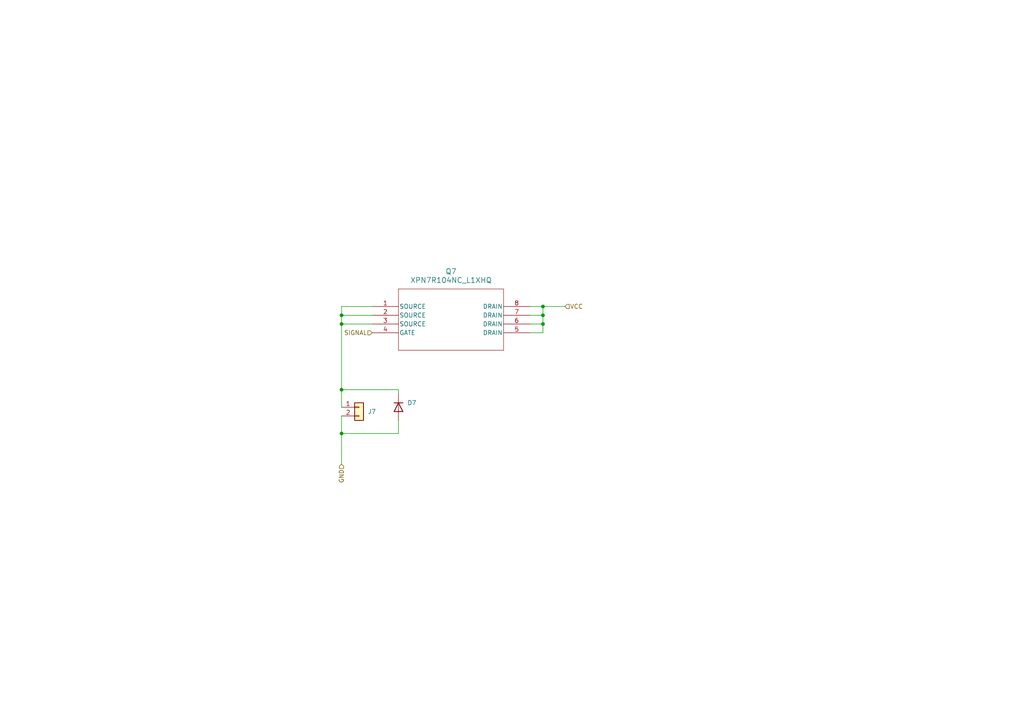
<source format=kicad_sch>
(kicad_sch (version 20250114) (generator "eeschema") (generator_version "9.0")
  (paper "A4")
  (lib_symbols
    (symbol "ADDED_SYMBOLS:XPN7R104NC_L1XHQ" (pin_names (offset 0.254))
      (property "Reference" "Q" (at 22.86 10.16 0))
      (property "Value" "XPN7R104NC_L1XHQ" (at 22.86 7.62 0))
      (symbol "XPN7R104NC_L1XHQ_0_1"
        (polyline (pts (xy 7.62 5.08) (xy 7.62 -12.7)) (stroke (width 0.127)))
        (polyline (pts (xy 7.62 -12.7) (xy 38.1 -12.7)) (stroke (width 0.127)))
        (polyline (pts (xy 38.1 5.08) (xy 7.62 5.08)) (stroke (width 0.127)))
        (polyline (pts (xy 38.1 -12.7) (xy 38.1 5.08)) (stroke (width 0.127)))
        (pin unspecified line (at 0 0 0) (length 7.62) (name "SOURCE") (number "1"))
        (pin unspecified line (at 0 -2.54 0) (length 7.62) (name "SOURCE") (number "2"))
        (pin unspecified line (at 0 -5.08 0) (length 7.62) (name "SOURCE") (number "3"))
        (pin unspecified line (at 0 -7.62 0) (length 7.62) (name "GATE") (number "4"))
        (pin unspecified line (at 45.72 0 180) (length 7.62) (name "DRAIN") (number "8"))
        (pin unspecified line (at 45.72 -2.54 180) (length 7.62) (name "DRAIN") (number "7"))
        (pin unspecified line (at 45.72 -5.08 180) (length 7.62) (name "DRAIN") (number "6"))
        (pin unspecified line (at 45.72 -7.62 180) (length 7.62) (name "DRAIN") (number "5"))
      )
    )
    (symbol "Connector_Generic:Conn_01x02" (pin_names (offset 1.016) (hide yes))
      (property "Reference" "J" (at 0 2.54 0))
      (property "Value" "Conn_01x02" (at 0 -5.08 0))
      (symbol "Conn_01x02_1_1"
        (rectangle (start -1.27 1.27) (end 1.27 -3.81) (stroke (width 0.254)) (fill (type background)))
        (rectangle (start -1.27 0.127) (end 0 -0.127) (stroke (width 0.1524)))
        (rectangle (start -1.27 -2.413) (end 0 -2.667) (stroke (width 0.1524)))
        (pin passive line (at -5.08 0 0) (length 3.81) (name "Pin_1") (number "1"))
        (pin passive line (at -5.08 -2.54 0) (length 3.81) (name "Pin_2") (number "2"))
      )
    )
    (symbol "Diode:SM5059" (pin_numbers (hide yes)) (pin_names (hide yes))
      (property "Reference" "D" (at 0 2.54 0))
      (property "Value" "SM5059" (at 0 -2.54 0))
      (symbol "SM5059_0_1"
        (polyline (pts (xy -1.27 1.27) (xy -1.27 -1.27)) (stroke (width 0.254)))
        (polyline (pts (xy 1.27 1.27) (xy 1.27 -1.27) (xy -1.27 0) (xy 1.27 1.27)) (stroke (width 0.254)))
        (polyline (pts (xy 1.27 0) (xy -1.27 0)))
      )
      (symbol "SM5059_1_1"
        (pin passive line (at -3.81 0 0) (length 2.54) (name "K") (number "1"))
        (pin passive line (at 3.81 0 180) (length 2.54) (name "A") (number "2"))
      )
    )
  )
  (junction (at 99.06 91.44))
  (junction (at 99.06 93.98))
  (junction (at 99.06 113.03))
  (junction (at 157.48 91.44))
  (junction (at 157.48 88.9))
  (junction (at 99.06 125.73))
  (junction (at 157.48 93.98))
  (wire (pts (xy 99.06 125.73) (xy 99.06 134.62)))
  (wire (pts (xy 99.06 93.98) (xy 99.06 91.44)))
  (wire (pts (xy 157.48 93.98) (xy 157.48 96.52)))
  (wire (pts (xy 99.06 91.44) (xy 107.95 91.44)))
  (wire (pts (xy 99.06 93.98) (xy 107.95 93.98)))
  (wire (pts (xy 115.57 121.92) (xy 115.57 125.73)))
  (wire (pts (xy 153.67 88.9) (xy 157.48 88.9)))
  (wire (pts (xy 157.48 88.9) (xy 163.83 88.9)))
  (wire (pts (xy 99.06 125.73) (xy 115.57 125.73)))
  (wire (pts (xy 157.48 91.44) (xy 157.48 93.98)))
  (wire (pts (xy 99.06 113.03) (xy 115.57 113.03)))
  (wire (pts (xy 157.48 96.52) (xy 153.67 96.52)))
  (wire (pts (xy 99.06 113.03) (xy 99.06 118.11)))
  (wire (pts (xy 99.06 120.65) (xy 99.06 125.73)))
  (wire (pts (xy 99.06 93.98) (xy 99.06 113.03)))
  (wire (pts (xy 99.06 88.9) (xy 107.95 88.9)))
  (wire (pts (xy 115.57 113.03) (xy 115.57 114.3)))
  (wire (pts (xy 153.67 91.44) (xy 157.48 91.44)))
  (wire (pts (xy 157.48 88.9) (xy 157.48 91.44)))
  (wire (pts (xy 99.06 91.44) (xy 99.06 88.9)))
  (wire (pts (xy 153.67 93.98) (xy 157.48 93.98)))
  (hierarchical_label "SIGNAL" (shape input) (at 107.95 96.52 180))
  (hierarchical_label "VCC" (shape input) (at 163.83 88.9 0))
  (hierarchical_label "GND" (shape input) (at 99.06 134.62 270))
  (symbol (lib_id "Diode:SM5059") (at 115.57 118.11 270) (unit 1)
    (property "Reference" "D1" (at 118.11 116.8399 90) (effects (justify left)))
    (property "Value" "SM5059" (effects (hide yes)))
    (property "Footprint" "Diode_SMD:D_MELF" (effects (hide yes)))
    (property "Datasheet" "https://diotec.com/request/datasheet/sm5059.pdf" (effects (hide yes)))
    (property "Description" "Standard Recovery SMD Rectifier Diodes, IFAV = 2A, IFSM = 50/55A (50/60Hz), trr = 1500ns, VRRM = 200V, DO-213AB (MELF)" (effects (hide yes)))
    (property "Sim.Device" "D" (effects (hide yes)))
    (property "Sim.Pins" "1=K 2=A" (effects (hide yes)))
    (instances (project "SelfWatteringFlowerpot" (path "" (reference "D7") (unit 1)) (path "" (reference "D6") (unit 1)) (path "" (reference "D5") (unit 1)) (path "" (reference "D8") (unit 1)) (path "" (reference "D1") (unit 1)) (path "" (reference "D3") (unit 1)) (path "" (reference "D2") (unit 1)) (path "" (reference "D4") (unit 1))))
  )
  (symbol (lib_id "Connector_Generic:Conn_01x02") (at 104.14 118.11 0) (unit 1)
    (property "Reference" "J1" (at 106.68 119.3799 0) (effects (justify left)))
    (property "Value" "Conn_01x02" (effects (hide yes)))
    (property "Footprint" "TerminalBlock_Phoenix:TerminalBlock_Phoenix_MKDS-1,5-2-5.08_1x02_P5.08mm_Horizontal" (effects (hide yes)))
    (property "Description" "Generic connector, single row, 01x02, script generated (kicad-library-utils/schlib/autogen/connector/)" (effects (hide yes)))
    (instances (project "SelfWatteringFlowerpot" (path "" (reference "J7") (unit 1)) (path "" (reference "J6") (unit 1)) (path "" (reference "J5") (unit 1)) (path "" (reference "J8") (unit 1)) (path "" (reference "J1") (unit 1)) (path "" (reference "J3") (unit 1)) (path "" (reference "J2") (unit 1)) (path "" (reference "J4") (unit 1))))
  )
  (symbol (lib_id "ADDED_SYMBOLS:XPN7R104NC_L1XHQ") (at 107.95 88.9 0) (unit 1)
    (property "Reference" "Q1" (at 130.81 78.74 0) (effects (font (size 1.524 1.524))))
    (property "Value" "XPN7R104NC_L1XHQ" (at 130.81 81.28 0) (effects (font (size 1.524 1.524))))
    (property "Footprint" "TSON_AdvanceWF_TOS" (effects (hide yes)))
    (property "Datasheet" "XPN7R104NC_L1XHQ" (effects (hide yes)))
    (instances (project "" (path "" (reference "Q7") (unit 1)) (path "" (reference "Q6") (unit 1)) (path "" (reference "Q5") (unit 1)) (path "" (reference "Q8") (unit 1)) (path "" (reference "Q1") (unit 1)) (path "" (reference "Q3") (unit 1)) (path "" (reference "Q2") (unit 1)) (path "" (reference "Q4") (unit 1))))
  )
)
</source>
